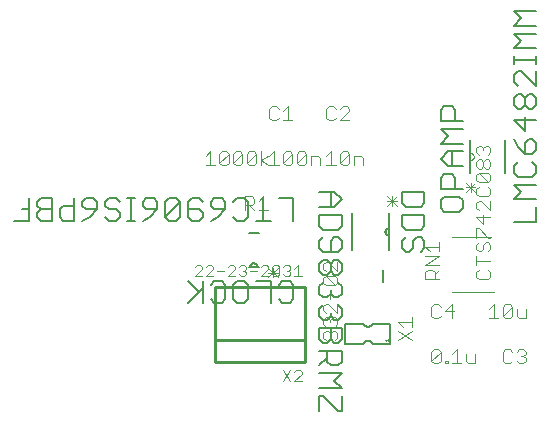
<source format=gto>
G75*
%MOIN*%
%OFA0B0*%
%FSLAX25Y25*%
%IPPOS*%
%LPD*%
%AMOC8*
5,1,8,0,0,1.08239X$1,22.5*
%
%ADD10C,0.00400*%
%ADD11C,0.00600*%
%ADD12C,0.00300*%
%ADD13C,0.00800*%
%ADD14C,0.00000*%
%ADD15C,0.00100*%
%ADD16C,0.01000*%
D10*
X0058425Y0051028D02*
X0060827Y0053430D01*
X0060827Y0054030D01*
X0060227Y0054631D01*
X0059026Y0054631D01*
X0058425Y0054030D01*
X0058425Y0051028D02*
X0060827Y0051028D01*
X0062108Y0051028D02*
X0064510Y0053430D01*
X0064510Y0054030D01*
X0063910Y0054631D01*
X0062709Y0054631D01*
X0062108Y0054030D01*
X0062108Y0051028D02*
X0064510Y0051028D01*
X0065792Y0052829D02*
X0068194Y0052829D01*
X0069475Y0054030D02*
X0070075Y0054631D01*
X0071276Y0054631D01*
X0071877Y0054030D01*
X0071877Y0053430D01*
X0069475Y0051028D01*
X0071877Y0051028D01*
X0073158Y0051628D02*
X0073758Y0051028D01*
X0074959Y0051028D01*
X0075560Y0051628D01*
X0075560Y0052229D01*
X0074959Y0052829D01*
X0074359Y0052829D01*
X0074959Y0052829D02*
X0075560Y0053430D01*
X0075560Y0054030D01*
X0074959Y0054631D01*
X0073758Y0054631D01*
X0073158Y0054030D01*
X0076841Y0052829D02*
X0079243Y0052829D01*
X0080524Y0054030D02*
X0081125Y0054631D01*
X0082326Y0054631D01*
X0082926Y0054030D01*
X0082926Y0053430D01*
X0080524Y0051028D01*
X0082926Y0051028D01*
X0084207Y0051628D02*
X0086609Y0054030D01*
X0086609Y0051628D01*
X0086009Y0051028D01*
X0084808Y0051028D01*
X0084207Y0051628D01*
X0084207Y0054030D01*
X0084808Y0054631D01*
X0086009Y0054631D01*
X0086609Y0054030D01*
X0087890Y0054030D02*
X0088491Y0054631D01*
X0089692Y0054631D01*
X0090292Y0054030D01*
X0090292Y0053430D01*
X0089692Y0052829D01*
X0090292Y0052229D01*
X0090292Y0051628D01*
X0089692Y0051028D01*
X0088491Y0051028D01*
X0087890Y0051628D01*
X0089091Y0052829D02*
X0089692Y0052829D01*
X0091574Y0053430D02*
X0092775Y0054631D01*
X0092775Y0051028D01*
X0091574Y0051028D02*
X0093976Y0051028D01*
X0101253Y0050304D02*
X0101253Y0048770D01*
X0102020Y0048002D01*
X0105089Y0048002D01*
X0102020Y0051072D01*
X0105089Y0051072D01*
X0105857Y0050304D01*
X0105857Y0048770D01*
X0105089Y0048002D01*
X0103555Y0046468D02*
X0103555Y0043398D01*
X0102787Y0041864D02*
X0102020Y0041864D01*
X0101253Y0041096D01*
X0101253Y0039562D01*
X0102020Y0038794D01*
X0102020Y0037260D02*
X0102787Y0037260D01*
X0103555Y0036492D01*
X0104322Y0037260D01*
X0105089Y0037260D01*
X0105857Y0036492D01*
X0105857Y0034958D01*
X0105089Y0034191D01*
X0105089Y0032656D02*
X0105857Y0031889D01*
X0105857Y0030354D01*
X0105089Y0029587D01*
X0103555Y0031121D02*
X0103555Y0031889D01*
X0104322Y0032656D01*
X0105089Y0032656D01*
X0103555Y0031889D02*
X0102787Y0032656D01*
X0102020Y0032656D01*
X0101253Y0031889D01*
X0101253Y0030354D01*
X0102020Y0029587D01*
X0102020Y0034191D02*
X0101253Y0034958D01*
X0101253Y0036492D01*
X0102020Y0037260D01*
X0103555Y0036492D02*
X0103555Y0035725D01*
X0105857Y0038794D02*
X0102787Y0041864D01*
X0105857Y0041864D02*
X0105857Y0038794D01*
X0101253Y0050304D02*
X0102020Y0051072D01*
X0102020Y0052606D02*
X0101253Y0053374D01*
X0101253Y0054908D01*
X0102020Y0055676D01*
X0102787Y0055676D01*
X0105857Y0052606D01*
X0105857Y0055676D01*
X0082722Y0073028D02*
X0079653Y0073028D01*
X0081187Y0073028D02*
X0081187Y0077631D01*
X0079653Y0076097D01*
X0078118Y0076864D02*
X0078118Y0075330D01*
X0077351Y0074562D01*
X0075049Y0074562D01*
X0076583Y0074562D02*
X0078118Y0073028D01*
X0075049Y0073028D02*
X0075049Y0077631D01*
X0077351Y0077631D01*
X0078118Y0076864D01*
X0078118Y0088028D02*
X0076583Y0088028D01*
X0075816Y0088795D01*
X0078885Y0091864D01*
X0078885Y0088795D01*
X0078118Y0088028D01*
X0080420Y0088028D02*
X0080420Y0092631D01*
X0078885Y0091864D02*
X0078118Y0092631D01*
X0076583Y0092631D01*
X0075816Y0091864D01*
X0075816Y0088795D01*
X0074281Y0088795D02*
X0073514Y0088028D01*
X0071980Y0088028D01*
X0071212Y0088795D01*
X0074281Y0091864D01*
X0074281Y0088795D01*
X0071212Y0088795D02*
X0071212Y0091864D01*
X0071980Y0092631D01*
X0073514Y0092631D01*
X0074281Y0091864D01*
X0069678Y0091864D02*
X0069678Y0088795D01*
X0068910Y0088028D01*
X0067376Y0088028D01*
X0066608Y0088795D01*
X0069678Y0091864D01*
X0068910Y0092631D01*
X0067376Y0092631D01*
X0066608Y0091864D01*
X0066608Y0088795D01*
X0065074Y0088028D02*
X0062004Y0088028D01*
X0063539Y0088028D02*
X0063539Y0092631D01*
X0062004Y0091097D01*
X0080420Y0089562D02*
X0082722Y0091097D01*
X0083257Y0091097D02*
X0084791Y0092631D01*
X0084791Y0088028D01*
X0083257Y0088028D02*
X0086326Y0088028D01*
X0087861Y0088795D02*
X0090930Y0091864D01*
X0090930Y0088795D01*
X0090163Y0088028D01*
X0088628Y0088028D01*
X0087861Y0088795D01*
X0087861Y0091864D01*
X0088628Y0092631D01*
X0090163Y0092631D01*
X0090930Y0091864D01*
X0092465Y0091864D02*
X0093232Y0092631D01*
X0094767Y0092631D01*
X0095534Y0091864D01*
X0092465Y0088795D01*
X0093232Y0088028D01*
X0094767Y0088028D01*
X0095534Y0088795D01*
X0095534Y0091864D01*
X0097068Y0091097D02*
X0099370Y0091097D01*
X0100138Y0090330D01*
X0100138Y0088028D01*
X0102257Y0088028D02*
X0105326Y0088028D01*
X0103791Y0088028D02*
X0103791Y0092631D01*
X0102257Y0091097D01*
X0097068Y0091097D02*
X0097068Y0088028D01*
X0092465Y0088795D02*
X0092465Y0091864D01*
X0082722Y0088028D02*
X0080420Y0089562D01*
X0084024Y0103028D02*
X0085559Y0103028D01*
X0086326Y0103795D01*
X0087861Y0103028D02*
X0090930Y0103028D01*
X0089395Y0103028D02*
X0089395Y0107631D01*
X0087861Y0106097D01*
X0086326Y0106864D02*
X0085559Y0107631D01*
X0084024Y0107631D01*
X0083257Y0106864D01*
X0083257Y0103795D01*
X0084024Y0103028D01*
X0102257Y0103795D02*
X0103024Y0103028D01*
X0104559Y0103028D01*
X0105326Y0103795D01*
X0106861Y0103028D02*
X0109930Y0106097D01*
X0109930Y0106864D01*
X0109163Y0107631D01*
X0107628Y0107631D01*
X0106861Y0106864D01*
X0105326Y0106864D02*
X0104559Y0107631D01*
X0103024Y0107631D01*
X0102257Y0106864D01*
X0102257Y0103795D01*
X0106861Y0103028D02*
X0109930Y0103028D01*
X0109163Y0092631D02*
X0107628Y0092631D01*
X0106861Y0091864D01*
X0106861Y0088795D01*
X0109930Y0091864D01*
X0109930Y0088795D01*
X0109163Y0088028D01*
X0107628Y0088028D01*
X0106861Y0088795D01*
X0109930Y0091864D02*
X0109163Y0092631D01*
X0111465Y0091097D02*
X0113767Y0091097D01*
X0114534Y0090330D01*
X0114534Y0088028D01*
X0111465Y0088028D02*
X0111465Y0091097D01*
X0144104Y0063930D02*
X0157009Y0063930D01*
X0156857Y0063839D02*
X0156089Y0063839D01*
X0153020Y0066909D01*
X0152253Y0066909D01*
X0152253Y0063839D01*
X0153020Y0062305D02*
X0152253Y0061537D01*
X0152253Y0060003D01*
X0153020Y0059235D01*
X0153787Y0059235D01*
X0154555Y0060003D01*
X0154555Y0061537D01*
X0155322Y0062305D01*
X0156089Y0062305D01*
X0156857Y0061537D01*
X0156857Y0060003D01*
X0156089Y0059235D01*
X0156857Y0056166D02*
X0152253Y0056166D01*
X0152253Y0054631D02*
X0152253Y0057701D01*
X0153020Y0053097D02*
X0152253Y0052330D01*
X0152253Y0050795D01*
X0153020Y0050028D01*
X0156089Y0050028D01*
X0156857Y0050795D01*
X0156857Y0052330D01*
X0156089Y0053097D01*
X0158009Y0045725D02*
X0144104Y0045725D01*
X0144163Y0041631D02*
X0141861Y0039330D01*
X0144930Y0039330D01*
X0144163Y0041631D02*
X0144163Y0037028D01*
X0140326Y0037795D02*
X0139559Y0037028D01*
X0138024Y0037028D01*
X0137257Y0037795D01*
X0137257Y0040864D01*
X0138024Y0041631D01*
X0139559Y0041631D01*
X0140326Y0040864D01*
X0130857Y0037260D02*
X0130857Y0034191D01*
X0130857Y0035725D02*
X0126253Y0035725D01*
X0127787Y0034191D01*
X0126253Y0032656D02*
X0130857Y0029587D01*
X0130857Y0032656D02*
X0126253Y0029587D01*
X0137257Y0025864D02*
X0137257Y0022795D01*
X0140326Y0025864D01*
X0140326Y0022795D01*
X0139559Y0022028D01*
X0138024Y0022028D01*
X0137257Y0022795D01*
X0137257Y0025864D02*
X0138024Y0026631D01*
X0139559Y0026631D01*
X0140326Y0025864D01*
X0141861Y0022795D02*
X0142628Y0022795D01*
X0142628Y0022028D01*
X0141861Y0022028D01*
X0141861Y0022795D01*
X0144163Y0022028D02*
X0147232Y0022028D01*
X0145697Y0022028D02*
X0145697Y0026631D01*
X0144163Y0025097D01*
X0148767Y0025097D02*
X0148767Y0022795D01*
X0149534Y0022028D01*
X0151836Y0022028D01*
X0151836Y0025097D01*
X0161049Y0025864D02*
X0161049Y0022795D01*
X0161816Y0022028D01*
X0163351Y0022028D01*
X0164118Y0022795D01*
X0165653Y0022795D02*
X0166420Y0022028D01*
X0167955Y0022028D01*
X0168722Y0022795D01*
X0168722Y0023562D01*
X0167955Y0024330D01*
X0167187Y0024330D01*
X0167955Y0024330D02*
X0168722Y0025097D01*
X0168722Y0025864D01*
X0167955Y0026631D01*
X0166420Y0026631D01*
X0165653Y0025864D01*
X0164118Y0025864D02*
X0163351Y0026631D01*
X0161816Y0026631D01*
X0161049Y0025864D01*
X0161816Y0037028D02*
X0161049Y0037795D01*
X0164118Y0040864D01*
X0164118Y0037795D01*
X0163351Y0037028D01*
X0161816Y0037028D01*
X0161049Y0037795D02*
X0161049Y0040864D01*
X0161816Y0041631D01*
X0163351Y0041631D01*
X0164118Y0040864D01*
X0165653Y0040097D02*
X0165653Y0037795D01*
X0166420Y0037028D01*
X0168722Y0037028D01*
X0168722Y0040097D01*
X0159514Y0037028D02*
X0156445Y0037028D01*
X0157980Y0037028D02*
X0157980Y0041631D01*
X0156445Y0040097D01*
X0139857Y0050028D02*
X0135253Y0050028D01*
X0135253Y0052330D01*
X0136020Y0053097D01*
X0137555Y0053097D01*
X0138322Y0052330D01*
X0138322Y0050028D01*
X0138322Y0051562D02*
X0139857Y0053097D01*
X0139857Y0054631D02*
X0135253Y0054631D01*
X0139857Y0057701D01*
X0135253Y0057701D01*
X0136787Y0059235D02*
X0135253Y0060770D01*
X0139857Y0060770D01*
X0139857Y0059235D02*
X0139857Y0062305D01*
X0152253Y0070745D02*
X0154555Y0068443D01*
X0154555Y0071513D01*
X0156857Y0070745D02*
X0152253Y0070745D01*
X0153020Y0073047D02*
X0152253Y0073814D01*
X0152253Y0075349D01*
X0153020Y0076116D01*
X0153787Y0076116D01*
X0156857Y0073047D01*
X0156857Y0076116D01*
X0156089Y0077651D02*
X0156857Y0078418D01*
X0156857Y0079953D01*
X0156089Y0080720D01*
X0156089Y0082255D02*
X0153020Y0085324D01*
X0156089Y0085324D01*
X0156857Y0084557D01*
X0156857Y0083022D01*
X0156089Y0082255D01*
X0153020Y0082255D01*
X0152253Y0083022D01*
X0152253Y0084557D01*
X0153020Y0085324D01*
X0153020Y0086859D02*
X0153787Y0086859D01*
X0154555Y0087626D01*
X0154555Y0089161D01*
X0155322Y0089928D01*
X0156089Y0089928D01*
X0156857Y0089161D01*
X0156857Y0087626D01*
X0156089Y0086859D01*
X0155322Y0086859D01*
X0154555Y0087626D01*
X0153020Y0086859D02*
X0152253Y0087626D01*
X0152253Y0089161D01*
X0153020Y0089928D01*
X0153787Y0089928D01*
X0154555Y0089161D01*
X0156089Y0091463D02*
X0156857Y0092230D01*
X0156857Y0093765D01*
X0156089Y0094532D01*
X0155322Y0094532D01*
X0154555Y0093765D01*
X0154555Y0092998D01*
X0154555Y0093765D02*
X0153787Y0094532D01*
X0153020Y0094532D01*
X0152253Y0093765D01*
X0152253Y0092230D01*
X0153020Y0091463D01*
X0153020Y0080720D02*
X0152253Y0079953D01*
X0152253Y0078418D01*
X0153020Y0077651D01*
X0156089Y0077651D01*
X0093976Y0019030D02*
X0093375Y0019631D01*
X0092174Y0019631D01*
X0091574Y0019030D01*
X0090292Y0019631D02*
X0087890Y0016028D01*
X0090292Y0016028D02*
X0087890Y0019631D01*
X0091574Y0016028D02*
X0093976Y0018430D01*
X0093976Y0019030D01*
X0093976Y0016028D02*
X0091574Y0016028D01*
D11*
X0121157Y0049128D02*
X0121157Y0053128D01*
X0123157Y0059728D02*
X0123157Y0064628D01*
X0123157Y0067028D01*
X0123157Y0071928D01*
X0123157Y0067028D02*
X0123088Y0067026D01*
X0123020Y0067020D01*
X0122952Y0067010D01*
X0122885Y0066997D01*
X0122819Y0066979D01*
X0122754Y0066958D01*
X0122690Y0066933D01*
X0122628Y0066905D01*
X0122567Y0066873D01*
X0122508Y0066838D01*
X0122452Y0066799D01*
X0122397Y0066757D01*
X0122346Y0066712D01*
X0122296Y0066664D01*
X0122250Y0066614D01*
X0122207Y0066561D01*
X0122166Y0066505D01*
X0122129Y0066448D01*
X0122096Y0066388D01*
X0122065Y0066326D01*
X0122039Y0066263D01*
X0122016Y0066199D01*
X0121996Y0066133D01*
X0121981Y0066066D01*
X0121969Y0065999D01*
X0121961Y0065931D01*
X0121957Y0065862D01*
X0121957Y0065794D01*
X0121961Y0065725D01*
X0121969Y0065657D01*
X0121981Y0065590D01*
X0121996Y0065523D01*
X0122016Y0065457D01*
X0122039Y0065393D01*
X0122065Y0065330D01*
X0122096Y0065268D01*
X0122129Y0065208D01*
X0122166Y0065151D01*
X0122207Y0065095D01*
X0122250Y0065042D01*
X0122296Y0064992D01*
X0122346Y0064944D01*
X0122397Y0064899D01*
X0122452Y0064857D01*
X0122508Y0064818D01*
X0122567Y0064783D01*
X0122628Y0064751D01*
X0122690Y0064723D01*
X0122754Y0064698D01*
X0122819Y0064677D01*
X0122885Y0064659D01*
X0122952Y0064646D01*
X0123020Y0064636D01*
X0123088Y0064630D01*
X0123157Y0064628D01*
X0110957Y0059728D02*
X0110957Y0071928D01*
X0079657Y0065528D02*
X0076457Y0065528D01*
X0076457Y0054128D02*
X0076857Y0054128D01*
X0079257Y0054128D01*
X0079657Y0054128D01*
X0079257Y0054128D02*
X0079255Y0054197D01*
X0079249Y0054265D01*
X0079239Y0054333D01*
X0079226Y0054400D01*
X0079208Y0054466D01*
X0079187Y0054531D01*
X0079162Y0054595D01*
X0079134Y0054657D01*
X0079102Y0054718D01*
X0079067Y0054777D01*
X0079028Y0054833D01*
X0078986Y0054888D01*
X0078941Y0054939D01*
X0078893Y0054989D01*
X0078843Y0055035D01*
X0078790Y0055078D01*
X0078734Y0055119D01*
X0078677Y0055156D01*
X0078617Y0055189D01*
X0078555Y0055220D01*
X0078492Y0055246D01*
X0078428Y0055269D01*
X0078362Y0055289D01*
X0078295Y0055304D01*
X0078228Y0055316D01*
X0078160Y0055324D01*
X0078091Y0055328D01*
X0078023Y0055328D01*
X0077954Y0055324D01*
X0077886Y0055316D01*
X0077819Y0055304D01*
X0077752Y0055289D01*
X0077686Y0055269D01*
X0077622Y0055246D01*
X0077559Y0055220D01*
X0077497Y0055189D01*
X0077437Y0055156D01*
X0077380Y0055119D01*
X0077324Y0055078D01*
X0077271Y0055035D01*
X0077221Y0054989D01*
X0077173Y0054939D01*
X0077128Y0054888D01*
X0077086Y0054833D01*
X0077047Y0054777D01*
X0077012Y0054718D01*
X0076980Y0054657D01*
X0076952Y0054595D01*
X0076927Y0054531D01*
X0076906Y0054466D01*
X0076888Y0054400D01*
X0076875Y0054333D01*
X0076865Y0054265D01*
X0076859Y0054197D01*
X0076857Y0054128D01*
X0150157Y0085428D02*
X0150157Y0089628D01*
X0150157Y0092028D01*
X0150157Y0096228D01*
X0161957Y0096228D02*
X0161957Y0085428D01*
D12*
X0151923Y0082214D02*
X0148787Y0079078D01*
X0148787Y0080646D02*
X0151923Y0080646D01*
X0151923Y0079078D02*
X0148787Y0082214D01*
X0150355Y0082214D02*
X0150355Y0079078D01*
X0125727Y0077678D02*
X0122591Y0074542D01*
X0122591Y0076110D02*
X0125727Y0076110D01*
X0125727Y0074542D02*
X0122591Y0077678D01*
X0124159Y0077678D02*
X0124159Y0074542D01*
X0086007Y0053694D02*
X0082871Y0050558D01*
X0082871Y0052126D02*
X0086007Y0052126D01*
X0086007Y0050558D02*
X0082871Y0053694D01*
X0084439Y0053694D02*
X0084439Y0050558D01*
D13*
X0061055Y0046959D02*
X0056117Y0042021D01*
X0061055Y0042021D02*
X0061055Y0049428D01*
X0063668Y0048193D02*
X0064902Y0049428D01*
X0067371Y0049428D01*
X0068605Y0048193D01*
X0068605Y0043256D01*
X0067371Y0042021D01*
X0064902Y0042021D01*
X0063668Y0043256D01*
X0059821Y0045724D02*
X0056117Y0049428D01*
X0071218Y0048193D02*
X0071218Y0043256D01*
X0072453Y0042021D01*
X0074921Y0042021D01*
X0076156Y0043256D01*
X0076156Y0048193D01*
X0074921Y0049428D01*
X0072453Y0049428D01*
X0071218Y0048193D01*
X0078769Y0049428D02*
X0083706Y0049428D01*
X0083706Y0042021D01*
X0086319Y0043256D02*
X0087554Y0042021D01*
X0090022Y0042021D01*
X0091257Y0043256D01*
X0091257Y0048193D01*
X0090022Y0049428D01*
X0087554Y0049428D01*
X0086319Y0048193D01*
X0099957Y0047591D02*
X0099957Y0045123D01*
X0101191Y0043888D01*
X0102425Y0043888D01*
X0103660Y0045123D01*
X0103660Y0046357D01*
X0103660Y0045123D02*
X0104894Y0043888D01*
X0106129Y0043888D01*
X0107363Y0045123D01*
X0107363Y0047591D01*
X0106129Y0048826D01*
X0106129Y0051439D02*
X0104894Y0051439D01*
X0103660Y0052673D01*
X0103660Y0055142D01*
X0104894Y0056376D01*
X0106129Y0056376D01*
X0107363Y0055142D01*
X0107363Y0052673D01*
X0106129Y0051439D01*
X0103660Y0052673D02*
X0102425Y0051439D01*
X0101191Y0051439D01*
X0099957Y0052673D01*
X0099957Y0055142D01*
X0101191Y0056376D01*
X0102425Y0056376D01*
X0103660Y0055142D01*
X0103660Y0058989D02*
X0103660Y0062692D01*
X0104894Y0063927D01*
X0106129Y0063927D01*
X0107363Y0062692D01*
X0107363Y0060224D01*
X0106129Y0058989D01*
X0101191Y0058989D01*
X0099957Y0060224D01*
X0099957Y0062692D01*
X0101191Y0063927D01*
X0101191Y0066540D02*
X0106129Y0066540D01*
X0107363Y0067774D01*
X0107363Y0071477D01*
X0099957Y0071477D01*
X0099957Y0067774D01*
X0101191Y0066540D01*
X0099957Y0074090D02*
X0104894Y0074090D01*
X0107363Y0076559D01*
X0104894Y0079028D01*
X0099957Y0079028D01*
X0103660Y0079028D02*
X0103660Y0074090D01*
X0091257Y0076928D02*
X0091257Y0069521D01*
X0083706Y0069521D02*
X0078769Y0069521D01*
X0081237Y0069521D02*
X0081237Y0076928D01*
X0086319Y0076928D02*
X0091257Y0076928D01*
X0076156Y0075693D02*
X0076156Y0070756D01*
X0074921Y0069521D01*
X0072453Y0069521D01*
X0071218Y0070756D01*
X0068605Y0073224D02*
X0064902Y0073224D01*
X0063668Y0074459D01*
X0063668Y0075693D01*
X0064902Y0076928D01*
X0067371Y0076928D01*
X0068605Y0075693D01*
X0068605Y0073224D01*
X0066137Y0070756D01*
X0063668Y0069521D01*
X0061055Y0070756D02*
X0061055Y0071990D01*
X0059821Y0073224D01*
X0056117Y0073224D01*
X0056117Y0070756D02*
X0056117Y0075693D01*
X0057352Y0076928D01*
X0059821Y0076928D01*
X0061055Y0075693D01*
X0061055Y0070756D02*
X0059821Y0069521D01*
X0057352Y0069521D01*
X0056117Y0070756D01*
X0053504Y0070756D02*
X0052270Y0069521D01*
X0049801Y0069521D01*
X0048567Y0070756D01*
X0053504Y0075693D01*
X0052270Y0076928D01*
X0049801Y0076928D01*
X0048567Y0075693D01*
X0048567Y0070756D01*
X0045954Y0073224D02*
X0042251Y0073224D01*
X0041016Y0074459D01*
X0041016Y0075693D01*
X0042251Y0076928D01*
X0044720Y0076928D01*
X0045954Y0075693D01*
X0045954Y0073224D01*
X0043485Y0070756D01*
X0041016Y0069521D01*
X0038404Y0069521D02*
X0035935Y0069521D01*
X0037169Y0069521D02*
X0037169Y0076928D01*
X0035935Y0076928D02*
X0038404Y0076928D01*
X0033370Y0075693D02*
X0032136Y0076928D01*
X0029667Y0076928D01*
X0028432Y0075693D01*
X0028432Y0074459D01*
X0029667Y0073224D01*
X0032136Y0073224D01*
X0033370Y0071990D01*
X0033370Y0070756D01*
X0032136Y0069521D01*
X0029667Y0069521D01*
X0028432Y0070756D01*
X0025820Y0073224D02*
X0022116Y0073224D01*
X0020882Y0074459D01*
X0020882Y0075693D01*
X0022116Y0076928D01*
X0024585Y0076928D01*
X0025820Y0075693D01*
X0025820Y0073224D01*
X0023351Y0070756D01*
X0020882Y0069521D01*
X0018269Y0069521D02*
X0014566Y0069521D01*
X0013332Y0070756D01*
X0013332Y0073224D01*
X0014566Y0074459D01*
X0018269Y0074459D01*
X0018269Y0076928D02*
X0018269Y0069521D01*
X0010719Y0069521D02*
X0007015Y0069521D01*
X0005781Y0070756D01*
X0005781Y0071990D01*
X0007015Y0073224D01*
X0010719Y0073224D01*
X0010719Y0069521D02*
X0010719Y0076928D01*
X0007015Y0076928D01*
X0005781Y0075693D01*
X0005781Y0074459D01*
X0007015Y0073224D01*
X0003168Y0073224D02*
X0000699Y0073224D01*
X0003168Y0069521D02*
X0003168Y0076928D01*
X0003168Y0069521D02*
X-0001769Y0069521D01*
X0053504Y0070756D02*
X0053504Y0075693D01*
X0071218Y0075693D02*
X0072453Y0076928D01*
X0074921Y0076928D01*
X0076156Y0075693D01*
X0101191Y0048826D02*
X0099957Y0047591D01*
X0101191Y0041275D02*
X0099957Y0040041D01*
X0099957Y0037572D01*
X0101191Y0036338D01*
X0102425Y0036338D01*
X0103660Y0037572D01*
X0103660Y0038807D01*
X0103660Y0037572D02*
X0104894Y0036338D01*
X0106129Y0036338D01*
X0107363Y0037572D01*
X0107363Y0040041D01*
X0106129Y0041275D01*
X0108576Y0035174D02*
X0108576Y0028481D01*
X0114482Y0028481D01*
X0114483Y0028481D02*
X0114519Y0028554D01*
X0114560Y0028625D01*
X0114603Y0028695D01*
X0114650Y0028762D01*
X0114700Y0028827D01*
X0114753Y0028889D01*
X0114808Y0028949D01*
X0114867Y0029006D01*
X0114928Y0029061D01*
X0114992Y0029112D01*
X0115058Y0029161D01*
X0115126Y0029206D01*
X0115196Y0029248D01*
X0115268Y0029287D01*
X0115342Y0029323D01*
X0115417Y0029354D01*
X0115494Y0029383D01*
X0115572Y0029407D01*
X0115651Y0029428D01*
X0115731Y0029445D01*
X0115812Y0029459D01*
X0115893Y0029468D01*
X0115975Y0029474D01*
X0116057Y0029476D01*
X0116139Y0029474D01*
X0116221Y0029468D01*
X0116302Y0029459D01*
X0116383Y0029445D01*
X0116463Y0029428D01*
X0116542Y0029407D01*
X0116620Y0029383D01*
X0116697Y0029354D01*
X0116772Y0029323D01*
X0116846Y0029287D01*
X0116918Y0029248D01*
X0116988Y0029206D01*
X0117056Y0029161D01*
X0117122Y0029112D01*
X0117186Y0029061D01*
X0117247Y0029006D01*
X0117306Y0028949D01*
X0117361Y0028889D01*
X0117414Y0028827D01*
X0117464Y0028762D01*
X0117511Y0028695D01*
X0117554Y0028625D01*
X0117595Y0028554D01*
X0117631Y0028481D01*
X0117632Y0028481D02*
X0123537Y0028481D01*
X0123537Y0035174D01*
X0117632Y0035174D01*
X0117631Y0035174D02*
X0117595Y0035101D01*
X0117554Y0035030D01*
X0117511Y0034960D01*
X0117464Y0034893D01*
X0117414Y0034828D01*
X0117361Y0034766D01*
X0117306Y0034706D01*
X0117247Y0034649D01*
X0117186Y0034594D01*
X0117122Y0034543D01*
X0117056Y0034494D01*
X0116988Y0034449D01*
X0116918Y0034407D01*
X0116846Y0034368D01*
X0116772Y0034332D01*
X0116697Y0034301D01*
X0116620Y0034272D01*
X0116542Y0034248D01*
X0116463Y0034227D01*
X0116383Y0034210D01*
X0116302Y0034196D01*
X0116221Y0034187D01*
X0116139Y0034181D01*
X0116057Y0034179D01*
X0115975Y0034181D01*
X0115893Y0034187D01*
X0115812Y0034196D01*
X0115731Y0034210D01*
X0115651Y0034227D01*
X0115572Y0034248D01*
X0115494Y0034272D01*
X0115417Y0034301D01*
X0115342Y0034332D01*
X0115268Y0034368D01*
X0115196Y0034407D01*
X0115126Y0034449D01*
X0115058Y0034494D01*
X0114992Y0034543D01*
X0114928Y0034594D01*
X0114867Y0034649D01*
X0114808Y0034706D01*
X0114753Y0034766D01*
X0114700Y0034828D01*
X0114650Y0034893D01*
X0114603Y0034960D01*
X0114560Y0035030D01*
X0114519Y0035101D01*
X0114483Y0035174D01*
X0114482Y0035174D02*
X0108576Y0035174D01*
X0107363Y0033725D02*
X0107363Y0030022D01*
X0106129Y0028787D01*
X0104894Y0028787D01*
X0103660Y0030022D01*
X0103660Y0033725D01*
X0099957Y0033725D02*
X0107363Y0033725D01*
X0103660Y0030022D02*
X0102425Y0028787D01*
X0101191Y0028787D01*
X0099957Y0030022D01*
X0099957Y0033725D01*
X0099957Y0026174D02*
X0107363Y0026174D01*
X0107363Y0022471D01*
X0106129Y0021237D01*
X0103660Y0021237D01*
X0102425Y0022471D01*
X0102425Y0026174D01*
X0102425Y0023706D02*
X0099957Y0021237D01*
X0099957Y0018624D02*
X0107363Y0018624D01*
X0104894Y0016155D01*
X0107363Y0013686D01*
X0099957Y0013686D01*
X0099957Y0011074D02*
X0099957Y0006136D01*
X0099957Y0011074D02*
X0101191Y0011074D01*
X0106129Y0006136D01*
X0107363Y0006136D01*
X0107363Y0011074D01*
X0128691Y0058989D02*
X0127457Y0060224D01*
X0127457Y0062692D01*
X0128691Y0063927D01*
X0131160Y0062692D02*
X0131160Y0060224D01*
X0129925Y0058989D01*
X0128691Y0058989D01*
X0131160Y0062692D02*
X0132394Y0063927D01*
X0133629Y0063927D01*
X0134863Y0062692D01*
X0134863Y0060224D01*
X0133629Y0058989D01*
X0133629Y0066540D02*
X0128691Y0066540D01*
X0127457Y0067774D01*
X0127457Y0071477D01*
X0134863Y0071477D01*
X0134863Y0067774D01*
X0133629Y0066540D01*
X0140350Y0073762D02*
X0141585Y0072528D01*
X0146522Y0072528D01*
X0147757Y0073762D01*
X0147757Y0076231D01*
X0146522Y0077465D01*
X0141585Y0077465D01*
X0140350Y0076231D01*
X0140350Y0073762D01*
X0134863Y0075324D02*
X0133629Y0074090D01*
X0128691Y0074090D01*
X0127457Y0075324D01*
X0127457Y0079028D01*
X0134863Y0079028D01*
X0134863Y0075324D01*
X0140350Y0080078D02*
X0140350Y0083781D01*
X0141585Y0085016D01*
X0144054Y0085016D01*
X0145288Y0083781D01*
X0145288Y0080078D01*
X0147757Y0080078D02*
X0140350Y0080078D01*
X0142819Y0087628D02*
X0140350Y0090097D01*
X0142819Y0092566D01*
X0147757Y0092566D01*
X0147757Y0095179D02*
X0140350Y0095179D01*
X0142819Y0097648D01*
X0140350Y0100116D01*
X0147757Y0100116D01*
X0147757Y0102729D02*
X0140350Y0102729D01*
X0140350Y0106432D01*
X0141585Y0107667D01*
X0144054Y0107667D01*
X0145288Y0106432D01*
X0145288Y0102729D01*
X0144054Y0092566D02*
X0144054Y0087628D01*
X0142819Y0087628D02*
X0147757Y0087628D01*
X0164750Y0087832D02*
X0164750Y0085363D01*
X0165985Y0084128D01*
X0170922Y0084128D01*
X0172157Y0085363D01*
X0172157Y0087832D01*
X0170922Y0089066D01*
X0170922Y0091679D02*
X0168454Y0091679D01*
X0168454Y0095382D01*
X0169688Y0096616D01*
X0170922Y0096616D01*
X0172157Y0095382D01*
X0172157Y0092913D01*
X0170922Y0091679D01*
X0168454Y0091679D02*
X0165985Y0094148D01*
X0164750Y0096616D01*
X0168454Y0099229D02*
X0168454Y0104167D01*
X0169688Y0106780D02*
X0168454Y0108014D01*
X0168454Y0110483D01*
X0169688Y0111717D01*
X0170922Y0111717D01*
X0172157Y0110483D01*
X0172157Y0108014D01*
X0170922Y0106780D01*
X0169688Y0106780D01*
X0168454Y0108014D02*
X0167219Y0106780D01*
X0165985Y0106780D01*
X0164750Y0108014D01*
X0164750Y0110483D01*
X0165985Y0111717D01*
X0167219Y0111717D01*
X0168454Y0110483D01*
X0165985Y0114330D02*
X0164750Y0115565D01*
X0164750Y0118033D01*
X0165985Y0119268D01*
X0167219Y0119268D01*
X0172157Y0114330D01*
X0172157Y0119268D01*
X0172157Y0121881D02*
X0172157Y0124349D01*
X0172157Y0123115D02*
X0164750Y0123115D01*
X0164750Y0121881D02*
X0164750Y0124349D01*
X0164750Y0126914D02*
X0167219Y0129383D01*
X0164750Y0131852D01*
X0172157Y0131852D01*
X0172157Y0134465D02*
X0164750Y0134465D01*
X0167219Y0136934D01*
X0164750Y0139402D01*
X0172157Y0139402D01*
X0172157Y0126914D02*
X0164750Y0126914D01*
X0164750Y0102932D02*
X0168454Y0099229D01*
X0172157Y0102932D02*
X0164750Y0102932D01*
X0165985Y0089066D02*
X0164750Y0087832D01*
X0164750Y0081516D02*
X0172157Y0081516D01*
X0172157Y0076578D02*
X0164750Y0076578D01*
X0167219Y0079047D01*
X0164750Y0081516D01*
X0172157Y0073965D02*
X0172157Y0069028D01*
X0164750Y0069028D01*
D14*
X0150157Y0089628D02*
X0150226Y0089630D01*
X0150294Y0089636D01*
X0150362Y0089646D01*
X0150429Y0089659D01*
X0150495Y0089677D01*
X0150560Y0089698D01*
X0150624Y0089723D01*
X0150686Y0089751D01*
X0150747Y0089783D01*
X0150806Y0089818D01*
X0150862Y0089857D01*
X0150917Y0089899D01*
X0150968Y0089944D01*
X0151018Y0089992D01*
X0151064Y0090042D01*
X0151107Y0090095D01*
X0151148Y0090151D01*
X0151185Y0090208D01*
X0151218Y0090268D01*
X0151249Y0090330D01*
X0151275Y0090393D01*
X0151298Y0090457D01*
X0151318Y0090523D01*
X0151333Y0090590D01*
X0151345Y0090657D01*
X0151353Y0090725D01*
X0151357Y0090794D01*
X0151357Y0090862D01*
X0151353Y0090931D01*
X0151345Y0090999D01*
X0151333Y0091066D01*
X0151318Y0091133D01*
X0151298Y0091199D01*
X0151275Y0091263D01*
X0151249Y0091326D01*
X0151218Y0091388D01*
X0151185Y0091448D01*
X0151148Y0091505D01*
X0151107Y0091561D01*
X0151064Y0091614D01*
X0151018Y0091664D01*
X0150968Y0091712D01*
X0150917Y0091757D01*
X0150862Y0091799D01*
X0150806Y0091838D01*
X0150747Y0091873D01*
X0150686Y0091905D01*
X0150624Y0091933D01*
X0150560Y0091958D01*
X0150495Y0091979D01*
X0150429Y0091997D01*
X0150362Y0092010D01*
X0150294Y0092020D01*
X0150226Y0092026D01*
X0150157Y0092028D01*
D15*
X0122896Y0030052D02*
X0122896Y0029319D01*
X0122896Y0029685D02*
X0121796Y0029685D01*
X0122163Y0029319D01*
D16*
X0095057Y0029828D02*
X0095057Y0022328D01*
X0065057Y0022328D01*
X0065057Y0029828D01*
X0095057Y0029828D01*
X0095057Y0047328D01*
X0065057Y0047328D01*
X0065057Y0029828D01*
M02*

</source>
